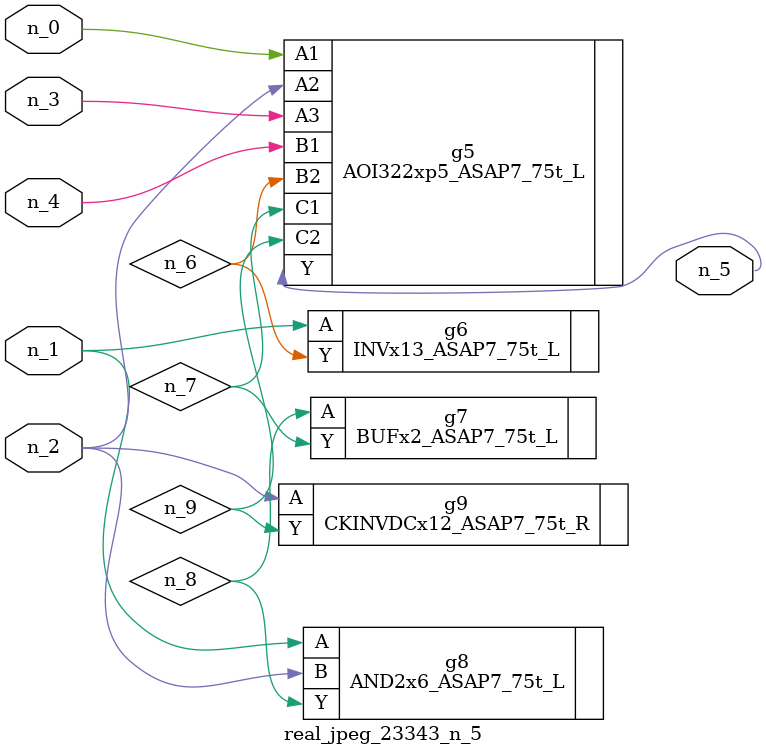
<source format=v>
module real_jpeg_23343_n_5 (n_4, n_0, n_1, n_2, n_3, n_5);

input n_4;
input n_0;
input n_1;
input n_2;
input n_3;

output n_5;

wire n_8;
wire n_6;
wire n_7;
wire n_9;

AOI322xp5_ASAP7_75t_L g5 ( 
.A1(n_0),
.A2(n_2),
.A3(n_3),
.B1(n_4),
.B2(n_6),
.C1(n_7),
.C2(n_9),
.Y(n_5)
);

INVx13_ASAP7_75t_L g6 ( 
.A(n_1),
.Y(n_6)
);

AND2x6_ASAP7_75t_L g8 ( 
.A(n_1),
.B(n_2),
.Y(n_8)
);

CKINVDCx12_ASAP7_75t_R g9 ( 
.A(n_2),
.Y(n_9)
);

BUFx2_ASAP7_75t_L g7 ( 
.A(n_8),
.Y(n_7)
);


endmodule
</source>
